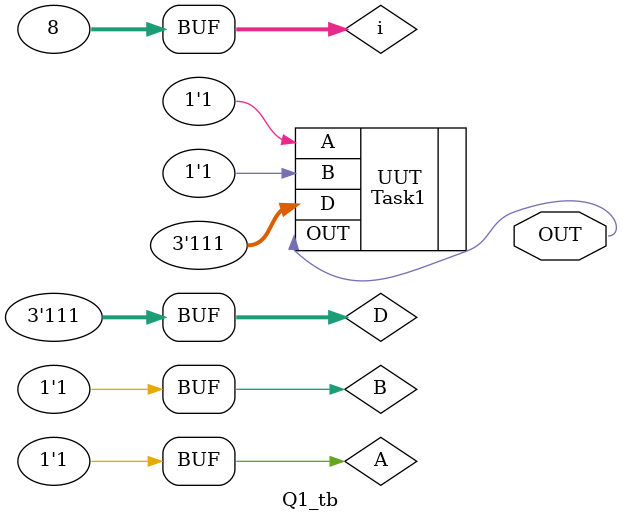
<source format=v>
module Q1_tb (OUT);
	
	reg A, B;
	output OUT;
	reg [2:0] D;

	
	localparam period = 20;	

	Task1 UUT ( .A (A), .B (B), .OUT (OUT), .D (D));
	
	integer i;
	
	initial begin
		for (i = 0;i < 8; i = i + 1) begin
			D = (i) ? (D + 1'b1) : (3'b000);
			A = 0;
			B = 0;
			#period;
			
			A = 1;
			B = 0;
			#period;
			
			A = 0;
			B = 1;
			#period;
			
			A = 1;
			B = 1;
			#period;
		end
	end
endmodule
	
</source>
